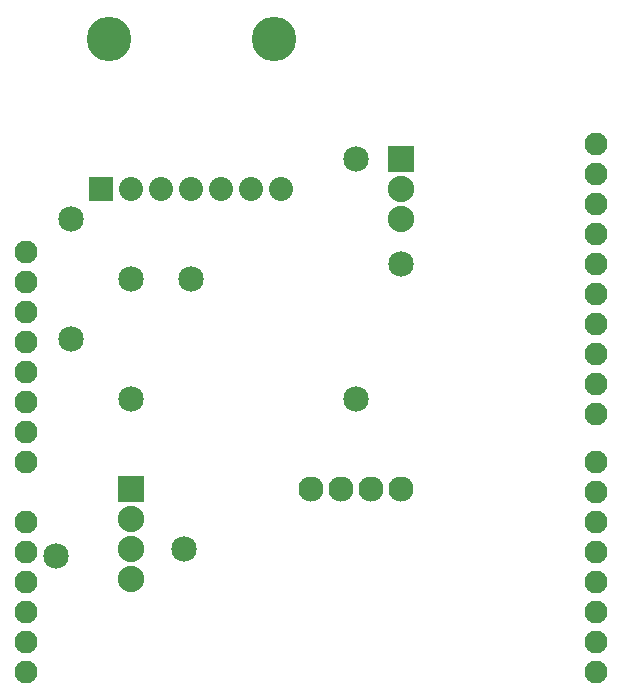
<source format=gbs>
G04 MADE WITH FRITZING*
G04 WWW.FRITZING.ORG*
G04 DOUBLE SIDED*
G04 HOLES PLATED*
G04 CONTOUR ON CENTER OF CONTOUR VECTOR*
%ASAXBY*%
%FSLAX23Y23*%
%MOIN*%
%OFA0B0*%
%SFA1.0B1.0*%
%ADD10C,0.085000*%
%ADD11C,0.088000*%
%ADD12C,0.148425*%
%ADD13C,0.080000*%
%ADD14C,0.083889*%
%ADD15C,0.076194*%
%ADD16C,0.076222*%
%ADD17R,0.088000X0.088000*%
%ADD18R,0.080000X0.080000*%
%LNMASK0*%
G90*
G70*
G54D10*
X3151Y2751D03*
X3151Y3551D03*
X2151Y2226D03*
X3301Y3201D03*
X2601Y3151D03*
X2576Y2251D03*
X2401Y2750D03*
X2401Y3150D03*
G54D11*
X2401Y2450D03*
X2401Y2350D03*
X2401Y2250D03*
X2401Y2150D03*
X3301Y3550D03*
X3301Y3450D03*
X3301Y3350D03*
G54D12*
X2326Y3950D03*
G54D13*
X2901Y3450D03*
X2301Y3450D03*
X2401Y3450D03*
G54D12*
X2876Y3950D03*
G54D13*
X2501Y3450D03*
X2601Y3450D03*
X2701Y3450D03*
X2801Y3450D03*
G54D14*
X3301Y2450D03*
X3201Y2450D03*
X3101Y2450D03*
X3001Y2450D03*
G54D10*
X2201Y2950D03*
X2201Y3350D03*
G54D15*
X2051Y2240D03*
X2051Y2140D03*
X2051Y2040D03*
X2051Y1940D03*
X2051Y1840D03*
G54D16*
X3951Y2700D03*
X3951Y2800D03*
X3951Y2900D03*
X3951Y3000D03*
X3951Y3100D03*
X3951Y3200D03*
X3951Y3300D03*
X3951Y3400D03*
X3951Y3500D03*
X3951Y3600D03*
X3951Y1840D03*
X3951Y1940D03*
X3951Y2040D03*
X3951Y2140D03*
X3951Y2240D03*
X3951Y2340D03*
X3951Y2440D03*
X3951Y2540D03*
G54D15*
X2051Y3140D03*
X2051Y3240D03*
X2051Y3040D03*
X2051Y2940D03*
X2051Y2840D03*
X2051Y2740D03*
X2051Y2640D03*
X2051Y2540D03*
X2051Y2340D03*
G54D17*
X2401Y2450D03*
X3301Y3550D03*
G54D18*
X2301Y3450D03*
G04 End of Mask0*
M02*
</source>
